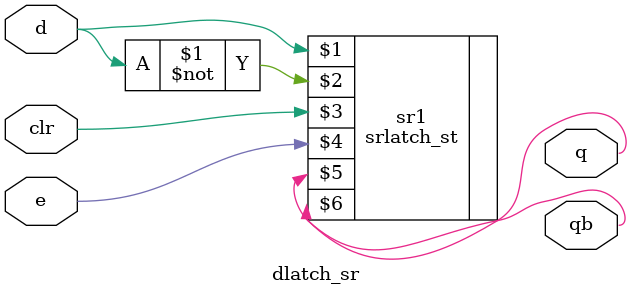
<source format=v>
module dlatch_sr
(input d,clr,e,
output q,qb);

srlatch_st sr1(d,~d,clr,e,q,qb);

endmodule 
</source>
